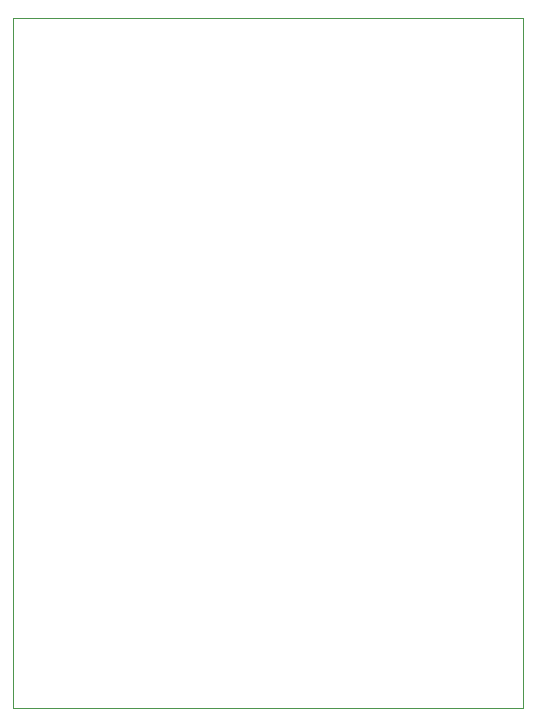
<source format=gm1>
%TF.GenerationSoftware,KiCad,Pcbnew,7.0.6*%
%TF.CreationDate,2024-09-24T20:19:06-04:00*%
%TF.ProjectId,ESP32_Temp_Humidity,45535033-325f-4546-956d-705f48756d69,rev?*%
%TF.SameCoordinates,Original*%
%TF.FileFunction,Profile,NP*%
%FSLAX46Y46*%
G04 Gerber Fmt 4.6, Leading zero omitted, Abs format (unit mm)*
G04 Created by KiCad (PCBNEW 7.0.6) date 2024-09-24 20:19:06*
%MOMM*%
%LPD*%
G01*
G04 APERTURE LIST*
%TA.AperFunction,Profile*%
%ADD10C,0.100000*%
%TD*%
G04 APERTURE END LIST*
D10*
X109220000Y-45720000D02*
X152400000Y-45720000D01*
X152400000Y-104140000D01*
X109220000Y-104140000D01*
X109220000Y-45720000D01*
M02*

</source>
